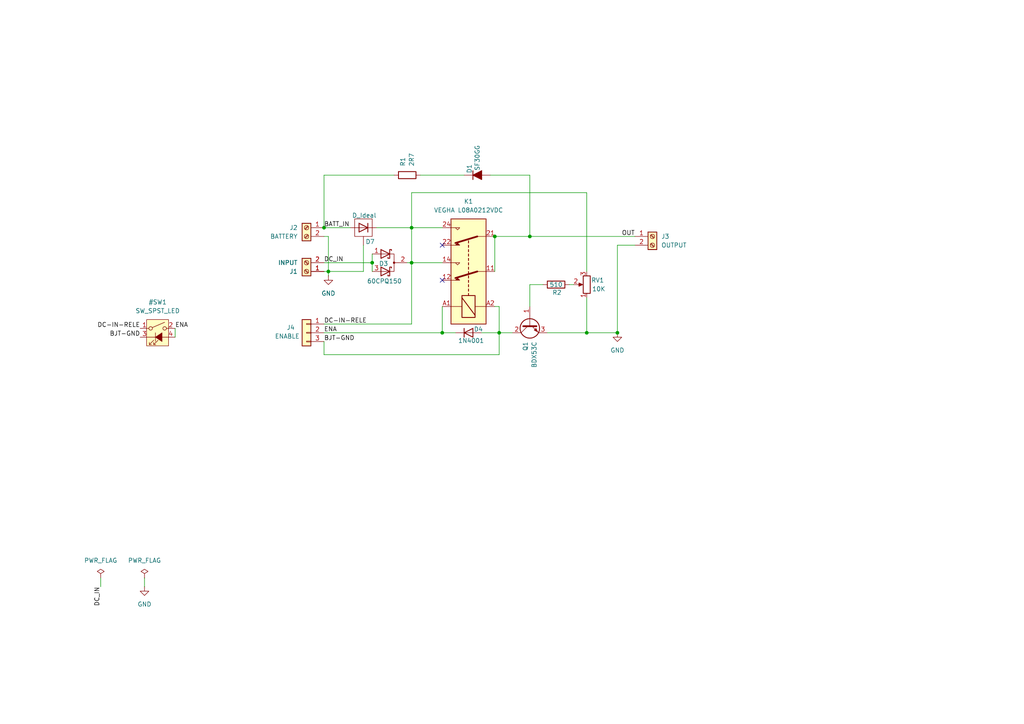
<source format=kicad_sch>
(kicad_sch (version 20250114) (generator "eeschema") (generator_version "9.0")
  (paper "A4")
  (lib_symbols
    (symbol "Connector:Screw_Terminal_01x02" (pin_names (offset 1.016) (hide yes))
      (property "Reference" "J" (at 0 2.54 0))
      (property "Value" "Screw_Terminal_01x02" (at 0 -5.08 0))
      (symbol "Screw_Terminal_01x02_1_1"
        (rectangle (start -1.27 1.27) (end 1.27 -3.81) (stroke (width 0.254)) (fill (type background)))
        (polyline (pts (xy -0.5334 0.3302) (xy 0.3302 -0.508)) (stroke (width 0.1524)))
        (polyline (pts (xy -0.5334 -2.2098) (xy 0.3302 -3.048)) (stroke (width 0.1524)))
        (polyline (pts (xy -0.3556 0.508) (xy 0.508 -0.3302)) (stroke (width 0.1524)))
        (polyline (pts (xy -0.3556 -2.032) (xy 0.508 -2.8702)) (stroke (width 0.1524)))
        (circle (center 0 0) (radius 0.635) (stroke (width 0.1524)))
        (circle (center 0 -2.54) (radius 0.635) (stroke (width 0.1524)))
        (pin passive line (at -5.08 0 0) (length 3.81) (name "Pin_1") (number "1"))
        (pin passive line (at -5.08 -2.54 0) (length 3.81) (name "Pin_2") (number "2"))
      )
    )
    (symbol "Connector_Generic:Conn_01x03" (pin_names (offset 1.016) (hide yes))
      (property "Reference" "J" (at 0 5.08 0))
      (property "Value" "Conn_01x03" (at 0 -5.08 0))
      (symbol "Conn_01x03_1_1"
        (rectangle (start -1.27 3.81) (end 1.27 -3.81) (stroke (width 0.254)) (fill (type background)))
        (rectangle (start -1.27 2.667) (end 0 2.413) (stroke (width 0.1524)))
        (rectangle (start -1.27 0.127) (end 0 -0.127) (stroke (width 0.1524)))
        (rectangle (start -1.27 -2.413) (end 0 -2.667) (stroke (width 0.1524)))
        (pin passive line (at -5.08 2.54 0) (length 3.81) (name "Pin_1") (number "1"))
        (pin passive line (at -5.08 0 0) (length 3.81) (name "Pin_2") (number "2"))
        (pin passive line (at -5.08 -2.54 0) (length 3.81) (name "Pin_3") (number "3"))
      )
    )
    (symbol "D_Filled_1" (pin_numbers (hide yes)) (pin_names (offset 1.016) (hide yes))
      (property "Reference" "D" (at 0 2.54 0))
      (property "Value" "D_Filled" (at 0 -2.54 0))
      (symbol "D_Filled_1_0_1"
        (polyline (pts (xy -1.27 1.27) (xy -1.27 -1.27)) (stroke (width 0.254)))
        (polyline (pts (xy 1.27 1.27) (xy 1.27 -1.27) (xy -1.27 0) (xy 1.27 1.27)) (stroke (width 0.254)) (fill (type outline)))
        (polyline (pts (xy 1.27 0) (xy -1.27 0)))
      )
      (symbol "D_Filled_1_1_1"
        (pin passive line (at -3.81 0 0) (length 2.54) (name "K") (number "1"))
        (pin passive line (at 3.81 0 180) (length 2.54) (name "A") (number "2"))
      )
    )
    (symbol "Device:D" (pin_numbers (hide yes)) (pin_names (offset 1.016) (hide yes))
      (property "Reference" "D" (at 0 2.54 0))
      (property "Value" "D" (at 0 -2.54 0))
      (symbol "D_0_1"
        (polyline (pts (xy -1.27 1.27) (xy -1.27 -1.27)) (stroke (width 0.254)))
        (polyline (pts (xy 1.27 1.27) (xy 1.27 -1.27) (xy -1.27 0) (xy 1.27 1.27)) (stroke (width 0.254)))
        (polyline (pts (xy 1.27 0) (xy -1.27 0)))
      )
      (symbol "D_1_1"
        (pin passive line (at -3.81 0 0) (length 2.54) (name "K") (number "1"))
        (pin passive line (at 3.81 0 180) (length 2.54) (name "A") (number "2"))
      )
    )
    (symbol "Device:D_Schottky_Dual_CommonCathode_AKA_Parallel" (pin_names (offset 0.762) (hide yes))
      (property "Reference" "D" (at 0 5.08 0))
      (property "Value" "D_Schottky_Dual_CommonCathode_AKA_Parallel" (at 0 -5.08 0))
      (symbol "D_Schottky_Dual_CommonCathode_AKA_Parallel_0_1"
        (polyline (pts (xy -2.54 3.81) (xy 0 2.54) (xy -2.54 1.27) (xy -2.54 3.81) (xy -2.54 3.81) (xy -2.54 3.81)) (stroke (width 0.254)))
        (polyline (pts (xy -2.54 -1.27) (xy 0 -2.54) (xy -2.54 -3.81) (xy -2.54 -1.27) (xy -2.54 -1.27) (xy -2.54 -1.27)) (stroke (width 0.254)))
        (polyline (pts (xy -2.54 -2.54) (xy 1.27 -2.54) (xy 1.27 2.54) (xy -2.54 2.54)))
        (polyline (pts (xy 0.508 3.556) (xy 0.508 3.81) (xy 0 3.81) (xy 0 1.27) (xy -0.508 1.27) (xy -0.508 1.524)) (stroke (width 0.254)))
        (polyline (pts (xy 0.508 -1.524) (xy 0.508 -1.27) (xy 0 -1.27) (xy 0 -3.81) (xy -0.508 -3.81) (xy -0.508 -3.556)) (stroke (width 0.254)))
        (polyline (pts (xy 1.27 0) (xy 2.54 0)))
        (circle (center 1.27 0) (radius 0.254) (fill (type outline)))
        (pin passive line (at -5.08 2.54 0) (length 2.54) (name "A") (number "1"))
        (pin passive line (at -5.08 -2.54 0) (length 2.54) (name "A") (number "3"))
        (pin passive line (at 5.08 0 180) (length 2.54) (name "K") (number "2"))
      )
    )
    (symbol "Device:R" (pin_numbers (hide yes)) (pin_names (offset 0))
      (property "Reference" "R" (at 2.032 0 90))
      (property "Value" "R" (at 0 0 90))
      (symbol "R_0_1"
        (rectangle (start -1.016 -2.54) (end 1.016 2.54) (stroke (width 0.254)))
      )
      (symbol "R_1_1"
        (pin passive line (at 0 3.81 270) (length 1.27) (name "~") (number "1"))
        (pin passive line (at 0 -3.81 90) (length 1.27) (name "~") (number "2"))
      )
    )
    (symbol "Device:R_Potentiometer" (pin_names (offset 1.016) (hide yes))
      (property "Reference" "RV" (at -4.445 0 90))
      (property "Value" "R_Potentiometer" (at -2.54 0 90))
      (symbol "R_Potentiometer_0_1"
        (rectangle (start 1.016 2.54) (end -1.016 -2.54) (stroke (width 0.254)))
        (polyline (pts (xy 1.143 0) (xy 2.286 0.508) (xy 2.286 -0.508) (xy 1.143 0)) (fill (type outline)))
        (polyline (pts (xy 2.54 0) (xy 1.524 0)))
      )
      (symbol "R_Potentiometer_1_1"
        (pin passive line (at 0 3.81 270) (length 1.27) (name "1") (number "1"))
        (pin passive line (at 0 -3.81 90) (length 1.27) (name "3") (number "3"))
        (pin passive line (at 3.81 0 180) (length 1.27) (name "2") (number "2"))
      )
    )
    (symbol "IK5PWC:D_Ideal" (pin_numbers (hide yes)) (pin_names (offset 1.016) (hide yes))
      (property "Reference" "D" (at 0 5.08 0))
      (property "Value" "D_Ideal" (at 6.604 -1.778 0))
      (symbol "D_Ideal_0_1"
        (rectangle (start -2.54 2.54) (end 2.54 -2.54))
        (polyline (pts (xy -1.27 1.27) (xy -1.27 -1.27)) (stroke (width 0.254)))
        (polyline (pts (xy 1.27 1.27) (xy 1.27 -1.27) (xy -1.27 0) (xy 1.27 1.27)) (stroke (width 0.254)))
        (polyline (pts (xy 1.27 0) (xy -1.27 0)))
      )
      (symbol "D_Ideal_1_1"
        (pin passive line (at -3.81 0 0) (length 2.54) (name "K") (number "1"))
        (pin passive line (at 0 -5.08 90) (length 2.54) (name "GND") (number "3"))
        (pin passive line (at 3.81 0 180) (length 2.54) (name "A") (number "2"))
      )
    )
    (symbol "Relay:Relay_DPDT"
      (property "Reference" "K" (at 16.51 3.81 0))
      (property "Value" "Relay_DPDT" (at 16.51 1.27 0))
      (symbol "Relay_DPDT_0_1"
        (rectangle (start -15.24 5.08) (end 15.24 -5.08) (stroke (width 0.254)) (fill (type background)))
        (rectangle (start -13.335 1.905) (end -6.985 -1.905) (stroke (width 0.254)))
        (polyline (pts (xy -12.7 -1.905) (xy -7.62 1.905)) (stroke (width 0.254)))
        (polyline (pts (xy -10.16 5.08) (xy -10.16 1.905)))
        (polyline (pts (xy -10.16 -5.08) (xy -10.16 -1.905)))
        (polyline (pts (xy -6.985 0) (xy -6.35 0)) (stroke (width 0.254)))
        (polyline (pts (xy -5.715 0) (xy -5.08 0)) (stroke (width 0.254)))
        (polyline (pts (xy -4.445 0) (xy -3.81 0)) (stroke (width 0.254)))
        (polyline (pts (xy -3.175 0) (xy -2.54 0)) (stroke (width 0.254)))
        (polyline (pts (xy -2.54 5.08) (xy -2.54 2.54) (xy -1.905 3.175) (xy -2.54 3.81)) (fill (type outline)))
        (polyline (pts (xy -1.905 0) (xy -1.27 0)) (stroke (width 0.254)))
        (polyline (pts (xy -0.635 0) (xy 0 0)) (stroke (width 0.254)))
        (polyline (pts (xy 0 -2.54) (xy -1.905 3.81)) (stroke (width 0.508)))
        (polyline (pts (xy 0 -2.54) (xy 0 -5.08)))
        (polyline (pts (xy 0.635 0) (xy 1.27 0)) (stroke (width 0.254)))
        (polyline (pts (xy 1.905 0) (xy 2.54 0)) (stroke (width 0.254)))
        (polyline (pts (xy 2.54 5.08) (xy 2.54 2.54) (xy 1.905 3.175) (xy 2.54 3.81)))
        (polyline (pts (xy 3.175 0) (xy 3.81 0)) (stroke (width 0.254)))
        (polyline (pts (xy 4.445 0) (xy 5.08 0)) (stroke (width 0.254)))
        (polyline (pts (xy 5.715 0) (xy 6.35 0)) (stroke (width 0.254)))
        (polyline (pts (xy 6.985 0) (xy 7.62 0)) (stroke (width 0.254)))
        (polyline (pts (xy 7.62 5.08) (xy 7.62 2.54) (xy 8.255 3.175) (xy 7.62 3.81)) (fill (type outline)))
        (polyline (pts (xy 8.255 0) (xy 8.89 0)) (stroke (width 0.254)))
        (polyline (pts (xy 10.16 -2.54) (xy 8.255 3.81)) (stroke (width 0.508)))
        (polyline (pts (xy 10.16 -2.54) (xy 10.16 -5.08)))
        (polyline (pts (xy 12.7 5.08) (xy 12.7 2.54) (xy 12.065 3.175) (xy 12.7 3.81)))
      )
      (symbol "Relay_DPDT_1_1"
        (pin passive line (at -10.16 7.62 270) (length 2.54) (name "~") (number "A1"))
        (pin passive line (at -10.16 -7.62 90) (length 2.54) (name "~") (number "A2"))
        (pin passive line (at -2.54 7.62 270) (length 2.54) (name "~") (number "12"))
        (pin passive line (at 0 -7.62 90) (length 2.54) (name "~") (number "11"))
        (pin passive line (at 2.54 7.62 270) (length 2.54) (name "~") (number "14"))
        (pin passive line (at 7.62 7.62 270) (length 2.54) (name "~") (number "22"))
        (pin passive line (at 10.16 -7.62 90) (length 2.54) (name "~") (number "21"))
        (pin passive line (at 12.7 7.62 270) (length 2.54) (name "~") (number "24"))
      )
    )
    (symbol "Switch:SW_SPST_LED" (pin_names (offset 1.016) (hide yes))
      (property "Reference" "SW" (at 0 6.35 0))
      (property "Value" "SW_SPST_LED" (at 0 -3.81 0))
      (symbol "SW_SPST_LED_0_0"
        (polyline (pts (xy -2.54 0) (xy 2.54 0)))
        (polyline (pts (xy -2.413 -1.524) (xy -2.413 -2.159) (xy -1.778 -2.159)))
        (polyline (pts (xy -2.413 -2.159) (xy -1.143 -0.889)))
        (polyline (pts (xy -1.143 -1.524) (xy -1.143 -2.159) (xy -0.508 -2.159)))
        (polyline (pts (xy -1.143 -2.159) (xy 0.127 -0.889)))
        (polyline (pts (xy -0.635 1.27) (xy -0.635 -1.27)))
        (polyline (pts (xy -0.635 0) (xy 1.27 1.27) (xy 1.27 -1.27) (xy -0.635 0)) (fill (type outline)))
      )
      (symbol "SW_SPST_LED_0_1"
        (circle (center -2.032 2.54) (radius 0.508))
        (polyline (pts (xy -1.524 2.794) (xy 2.032 4.318)))
        (circle (center 2.032 2.54) (radius 0.508))
        (pin passive line (at -5.08 2.54 0) (length 2.54) (name "1") (number "1"))
        (pin passive line (at -5.08 0 0) (length 2.54) (name "K") (number "3"))
        (pin passive line (at 5.08 2.54 180) (length 2.54) (name "2") (number "2"))
        (pin passive line (at 5.08 0 180) (length 2.54) (name "A") (number "4"))
      )
      (symbol "SW_SPST_LED_1_1"
        (rectangle (start -3.175 5.08) (end 3.175 -2.54) (fill (type background)))
      )
    )
    (symbol "Transistor_BJT:Q_NPN_BCE" (pin_names (offset 0) (hide yes))
      (property "Reference" "Q" (at 5.08 1.27 0))
      (property "Value" "Q_NPN_BCE" (at 5.08 -1.27 0))
      (symbol "Q_NPN_BCE_0_1"
        (polyline (pts (xy -2.54 0) (xy 0.635 0)))
        (polyline (pts (xy 0.635 1.905) (xy 0.635 -1.905)) (stroke (width 0.508)))
        (circle (center 1.27 0) (radius 2.8194) (stroke (width 0.254)))
      )
      (symbol "Q_NPN_BCE_1_1"
        (polyline (pts (xy 0.635 0.635) (xy 2.54 2.54)))
        (polyline (pts (xy 0.635 -0.635) (xy 2.54 -2.54)))
        (polyline (pts (xy 1.27 -1.778) (xy 1.778 -1.27) (xy 2.286 -2.286) (xy 1.27 -1.778)) (fill (type outline)))
        (pin input line (at -5.08 0 0) (length 2.54) (name "B") (number "1"))
        (pin passive line (at 2.54 5.08 270) (length 2.54) (name "C") (number "2"))
        (pin passive line (at 2.54 -5.08 90) (length 2.54) (name "E") (number "3"))
      )
    )
    (symbol "power:GND" (power) (pin_numbers (hide yes)) (pin_names (offset 0) (hide yes))
      (property "Value" "GND" (at 0 -3.81 0))
      (symbol "GND_0_1"
        (polyline (pts (xy 0 0) (xy 0 -1.27) (xy 1.27 -1.27) (xy 0 -2.54) (xy -1.27 -1.27) (xy 0 -1.27)))
      )
      (symbol "GND_1_1"
        (pin power_in line (at 0 0 270) (length 0) (name "~") (number "1"))
      )
    )
    (symbol "power:PWR_FLAG" (power) (pin_numbers (hide yes)) (pin_names (offset 0) (hide yes))
      (property "Value" "PWR_FLAG" (at 0 3.81 0))
      (symbol "PWR_FLAG_0_0"
        (pin power_out line (at 0 0 90) (length 0) (name "~") (number "1"))
      )
      (symbol "PWR_FLAG_0_1"
        (polyline (pts (xy 0 0) (xy 0 1.27) (xy -1.016 1.905) (xy 0 2.54) (xy 1.016 1.905) (xy 0 1.27)))
      )
    )
  )
  (junction (at 179.07 96.52))
  (junction (at 170.18 96.52))
  (junction (at 153.67 68.58))
  (junction (at 143.51 68.58))
  (junction (at 119.38 76.2))
  (junction (at 107.95 76.2))
  (junction (at 119.38 66.04))
  (junction (at 93.98 66.04))
  (junction (at 128.27 96.52))
  (junction (at 95.25 78.74))
  (junction (at 144.78 96.52))
  (no_connect (at 128.27 81.28))
  (no_connect (at 128.27 71.12))
  (wire (pts (xy 107.95 73.66) (xy 107.95 76.2)))
  (wire (pts (xy 93.98 68.58) (xy 95.25 68.58)))
  (wire (pts (xy 50.8 95.25) (xy 50.8 97.79)))
  (wire (pts (xy 119.38 66.04) (xy 128.27 66.04)))
  (wire (pts (xy 93.98 50.8) (xy 93.98 66.04)))
  (wire (pts (xy 153.67 68.58) (xy 184.15 68.58)))
  (wire (pts (xy 93.98 102.87) (xy 93.98 99.06)))
  (wire (pts (xy 128.27 88.9) (xy 128.27 96.52)))
  (wire (pts (xy 93.98 76.2) (xy 107.95 76.2)))
  (wire (pts (xy 95.25 78.74) (xy 95.25 68.58)))
  (wire (pts (xy 93.98 93.98) (xy 119.38 93.98)))
  (wire (pts (xy 121.92 50.8) (xy 134.62 50.8)))
  (wire (pts (xy 179.07 71.12) (xy 179.07 96.52)))
  (wire (pts (xy 158.75 96.52) (xy 170.18 96.52)))
  (wire (pts (xy 139.7 96.52) (xy 144.78 96.52)))
  (wire (pts (xy 170.18 96.52) (xy 179.07 96.52)))
  (wire (pts (xy 170.18 55.88) (xy 170.18 78.74)))
  (wire (pts (xy 144.78 88.9) (xy 144.78 96.52)))
  (wire (pts (xy 153.67 82.55) (xy 153.67 88.9)))
  (wire (pts (xy 153.67 50.8) (xy 153.67 68.58)))
  (wire (pts (xy 119.38 76.2) (xy 119.38 93.98)))
  (wire (pts (xy 142.24 50.8) (xy 153.67 50.8)))
  (wire (pts (xy 143.51 68.58) (xy 153.67 68.58)))
  (wire (pts (xy 119.38 55.88) (xy 170.18 55.88)))
  (wire (pts (xy 109.22 66.04) (xy 119.38 66.04)))
  (wire (pts (xy 93.98 50.8) (xy 114.3 50.8)))
  (wire (pts (xy 165.1 82.55) (xy 166.37 82.55)))
  (wire (pts (xy 93.98 96.52) (xy 128.27 96.52)))
  (wire (pts (xy 144.78 96.52) (xy 144.78 102.87)))
  (wire (pts (xy 119.38 55.88) (xy 119.38 66.04)))
  (wire (pts (xy 118.11 76.2) (xy 119.38 76.2)))
  (wire (pts (xy 119.38 76.2) (xy 128.27 76.2)))
  (wire (pts (xy 119.38 66.04) (xy 119.38 76.2)))
  (wire (pts (xy 105.41 71.12) (xy 105.41 78.74)))
  (wire (pts (xy 170.18 86.36) (xy 170.18 96.52)))
  (wire (pts (xy 144.78 96.52) (xy 148.59 96.52)))
  (wire (pts (xy 93.98 78.74) (xy 95.25 78.74)))
  (wire (pts (xy 29.21 167.64) (xy 29.21 170.18)))
  (wire (pts (xy 157.48 82.55) (xy 153.67 82.55)))
  (wire (pts (xy 128.27 96.52) (xy 132.08 96.52)))
  (wire (pts (xy 143.51 68.58) (xy 143.51 78.74)))
  (wire (pts (xy 107.95 76.2) (xy 107.95 78.74)))
  (wire (pts (xy 144.78 102.87) (xy 93.98 102.87)))
  (wire (pts (xy 95.25 78.74) (xy 95.25 80.01)))
  (wire (pts (xy 93.98 66.04) (xy 101.6 66.04)))
  (wire (pts (xy 41.91 167.64) (xy 41.91 170.18)))
  (wire (pts (xy 143.51 88.9) (xy 144.78 88.9)))
  (wire (pts (xy 179.07 71.12) (xy 184.15 71.12)))
  (wire (pts (xy 105.41 78.74) (xy 95.25 78.74)))
  (label "BJT-GND" (at 93.98 99.06 0))
  (label "OUT" (at 184.15 68.58 180))
  (label "ENA" (at 50.8 95.25 0))
  (label "BATT_IN" (at 93.98 66.04 0))
  (label "DC_IN" (at 93.98 76.2 0))
  (label "ENA" (at 93.98 96.52 0))
  (label "DC-IN-RELE" (at 40.64 95.25 180))
  (label "DC-IN-RELE" (at 93.98 93.98 0))
  (label "BJT-GND" (at 40.64 97.79 180))
  (label "DC_IN" (at 29.21 170.18 270))
  (symbol (lib_id "power:PWR_FLAG") (at 29.21 167.64 0) (unit 1)
    (property "Reference" "#FLG1" (effects (hide yes)))
    (property "Value" "PWR_FLAG" (at 29.21 162.56 0))
    (property "Description" "Special symbol for telling ERC where power comes from" (effects (hide yes)))
  )
  (symbol (lib_id "Connector:Screw_Terminal_01x02") (at 88.9 66.04 0) (mirror y) (unit 1)
    (property "Reference" "J2" (at 86.36 66.0399 0) (effects (justify left)))
    (property "Value" "BATTERY" (at 86.36 68.5799 0) (effects (justify left)))
    (property "Footprint" "IK5PWC:Mammooth_4mm" (effects (hide yes)))
    (property "Description" "Generic screw terminal, single row, 01x02, script generated (kicad-library-utils/schlib/autogen/connector/)" (effects (hide yes)))
  )
  (symbol (lib_id "Switch:SW_SPST_LED") (at 45.72 97.79 0) (unit 1)
    (property "Reference" "#SW1" (at 45.72 87.63 0))
    (property "Value" "SW_SPST_LED" (at 45.72 90.17 0))
    (property "Description" "Single Pole Single Throw (SPST) switch with LED, generic" (effects (hide yes)))
  )
  (symbol (lib_id "Transistor_BJT:Q_NPN_BCE") (at 153.67 93.98 90) (mirror x) (unit 1)
    (property "Reference" "Q1" (at 152.3999 99.06 0) (effects (justify left)))
    (property "Value" "BDX53C" (at 154.9399 99.06 0) (effects (justify left)))
    (property "Footprint" "Package_TO_SOT_THT:TO-220-3_Vertical" (effects (hide yes)))
    (property "Description" "NPN transistor, base/collector/emitter" (effects (hide yes)))
    (property "Sim.Library" "./" (effects (hide yes)))
    (property "Sim.Device" "NPN" (effects (hide yes)))
    (property "Sim.Type" "GUMMELPOON" (effects (hide yes)))
    (property "Sim.Pins" "1=C 2=B 3=E" (effects (hide yes)))
  )
  (symbol (lib_id "power:GND") (at 95.25 80.01 0) (unit 1)
    (property "Reference" "#PWR4" (effects (hide yes)))
    (property "Value" "GND" (at 95.25 85.09 0))
    (property "Description" "Power symbol creates a global label with name \"GND\" , ground" (effects (hide yes)))
  )
  (symbol (lib_id "Connector_Generic:Conn_01x03") (at 88.9 96.52 0) (mirror y) (unit 1)
    (property "Reference" "J4" (at 84.328 94.996 0))
    (property "Value" "ENABLE" (at 83.312 97.536 0))
    (property "Footprint" "Connector_JST:JST_EH_B3B-EH-A_1x03_P2.50mm_Vertical" (effects (hide yes)))
    (property "Description" "Generic connector, single row, 01x03, script generated (kicad-library-utils/schlib/autogen/connector/)" (effects (hide yes)))
  )
  (symbol (lib_id "power:GND") (at 179.07 96.52 0) (unit 1)
    (property "Reference" "#PWR6" (effects (hide yes)))
    (property "Value" "GND" (at 179.07 101.6 0))
    (property "Description" "Power symbol creates a global label with name \"GND\" , ground" (effects (hide yes)))
  )
  (symbol (lib_id "Relay:Relay_DPDT") (at 135.89 78.74 90) (unit 1)
    (property "Reference" "K1" (at 135.89 58.42 90))
    (property "Value" "VEGHA L08A0212VDC" (at 135.89 60.96 90))
    (property "Footprint" "IK5PWC:VEGhA L08 12V dc" (effects (hide yes)))
    (property "Description" "Relay DPDT, monostable, EN50005" (effects (hide yes)))
  )
  (symbol (lib_id "Connector:Screw_Terminal_01x02") (at 189.23 68.58 0) (unit 1)
    (property "Reference" "J3" (at 191.77 68.5799 0) (effects (justify left)))
    (property "Value" "OUTPUT" (at 191.77 71.1199 0) (effects (justify left)))
    (property "Footprint" "IK5PWC:Mammooth_4mm" (effects (hide yes)))
    (property "Description" "Generic screw terminal, single row, 01x02, script generated (kicad-library-utils/schlib/autogen/connector/)" (effects (hide yes)))
  )
  (symbol (lib_id "power:PWR_FLAG") (at 41.91 167.64 0) (unit 1)
    (property "Reference" "#FLG2" (effects (hide yes)))
    (property "Value" "PWR_FLAG" (at 41.91 162.56 0))
    (property "Description" "Special symbol for telling ERC where power comes from" (effects (hide yes)))
  )
  (symbol (lib_id "Connector:Screw_Terminal_01x02") (at 88.9 78.74 180) (unit 1)
    (property "Reference" "J1" (at 86.36 78.7401 0) (effects (justify left)))
    (property "Value" "INPUT" (at 86.36 76.2001 0) (effects (justify left)))
    (property "Footprint" "IK5PWC:Mammooth_4mm" (effects (hide yes)))
    (property "Description" "Generic screw terminal, single row, 01x02, script generated (kicad-library-utils/schlib/autogen/connector/)" (effects (hide yes)))
  )
  (symbol (lib_id "Device:R") (at 118.11 50.8 90) (unit 1)
    (property "Reference" "R1" (at 116.8399 48.26 0) (effects (justify left)))
    (property "Value" "2R7" (at 119.3799 48.26 0) (effects (justify left)))
    (property "Footprint" "Resistor_THT:R_Axial_Power_L48.0mm_W12.5mm_P55.88mm" (effects (hide yes)))
    (property "Description" "Resistor" (effects (hide yes)))
  )
  (symbol (lib_id "IK5PWC:D_Ideal") (at 105.41 66.04 0) (mirror y) (unit 1)
    (property "Reference" "D7" (at 108.712 70.104 0) (effects (justify left)))
    (property "Value" "D_Ideal" (at 109.22 62.484 0) (effects (justify left)))
    (property "Footprint" "IK5PWC:D_IDEAL_with_GND" (effects (hide yes)))
    (property "Description" "Diode" (effects (hide yes)))
    (property "Sim.Device" "D" (effects (hide yes)))
    (property "Sim.Pins" "1=K 2=A 3=GND" (effects (hide yes)))
  )
  (symbol (lib_name "D_Filled_1") (lib_id "Device:D_Filled") (at 138.43 50.8 0) (unit 1)
    (property "Reference" "D1" (at 136.144 50.292 90) (effects (justify left)))
    (property "Value" "SF30GG" (at 138.43 49.53 90) (effects (justify left)))
    (property "Footprint" "Diode_THT:D_DO-201AD_P15.24mm_Horizontal" (effects (hide yes)))
    (property "Description" "Diode, filled shape" (effects (hide yes)))
    (property "Sim.Device" "D" (effects (hide yes)))
    (property "Sim.Pins" "1=K 2=A" (effects (hide yes)))
  )
  (symbol (lib_id "Device:R") (at 161.29 82.55 90) (unit 1)
    (property "Reference" "R2" (at 161.544 84.836 90))
    (property "Value" "510" (at 161.29 82.55 90))
    (property "Footprint" "Resistor_THT:R_Axial_DIN0204_L3.6mm_D1.6mm_P7.62mm_Horizontal" (effects (hide yes)))
    (property "Description" "Resistor" (effects (hide yes)))
  )
  (symbol (lib_id "Device:D_Schottky_Dual_CommonCathode_AKA_Parallel") (at 113.03 76.2 0) (unit 1)
    (property "Reference" "D3" (at 111.252 76.454 0))
    (property "Value" "60CPQ150" (at 111.506 81.534 0))
    (property "Footprint" "Package_TO_SOT_THT:TO-247-3_Vertical" (effects (hide yes)))
    (property "Description" "Dual Schottky diode, common anode on pin 1" (effects (hide yes)))
  )
  (symbol (lib_id "power:GND") (at 41.91 170.18 0) (unit 1)
    (property "Reference" "#PWR2" (effects (hide yes)))
    (property "Value" "GND" (at 41.91 175.26 0))
    (property "Description" "Power symbol creates a global label with name \"GND\" , ground" (effects (hide yes)))
  )
  (symbol (lib_id "Device:D") (at 135.89 96.52 0) (unit 1)
    (property "Reference" "D4" (at 137.414 95.504 0) (effects (justify left)))
    (property "Value" "1N4001" (at 132.842 98.806 0) (effects (justify left)))
    (property "Footprint" "Diode_THT:D_A-405_P10.16mm_Horizontal" (effects (hide yes)))
    (property "Description" "Diode" (effects (hide yes)))
    (property "Sim.Device" "D" (effects (hide yes)))
    (property "Sim.Pins" "1=K 2=A" (effects (hide yes)))
  )
  (symbol (lib_id "Device:R_Potentiometer") (at 170.18 82.55 180) (unit 1)
    (property "Reference" "RV1" (at 171.45 81.28 0) (effects (justify right)))
    (property "Value" "10K" (at 171.704 83.82 0) (effects (justify right)))
    (property "Footprint" "Potentiometer_THT:Potentiometer_Vishay_T93YA_Vertical" (effects (hide yes)))
    (property "Description" "Potentiometer" (effects (hide yes)))
  )
)
</source>
